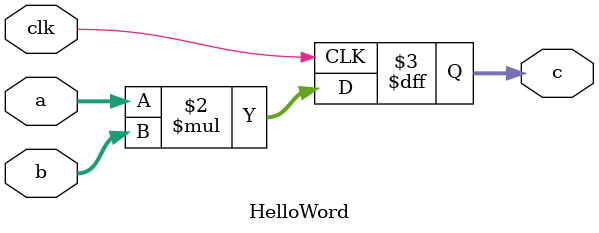
<source format=v>
`timescale 1ns / 1ps
module HelloWord(
    input [3:0] a,
    input [3:0] b,
    output reg [4:0] c,
    input clk
    );
	always@(posedge clk)
	begin
		c<=(a*b);
	end
endmodule

</source>
